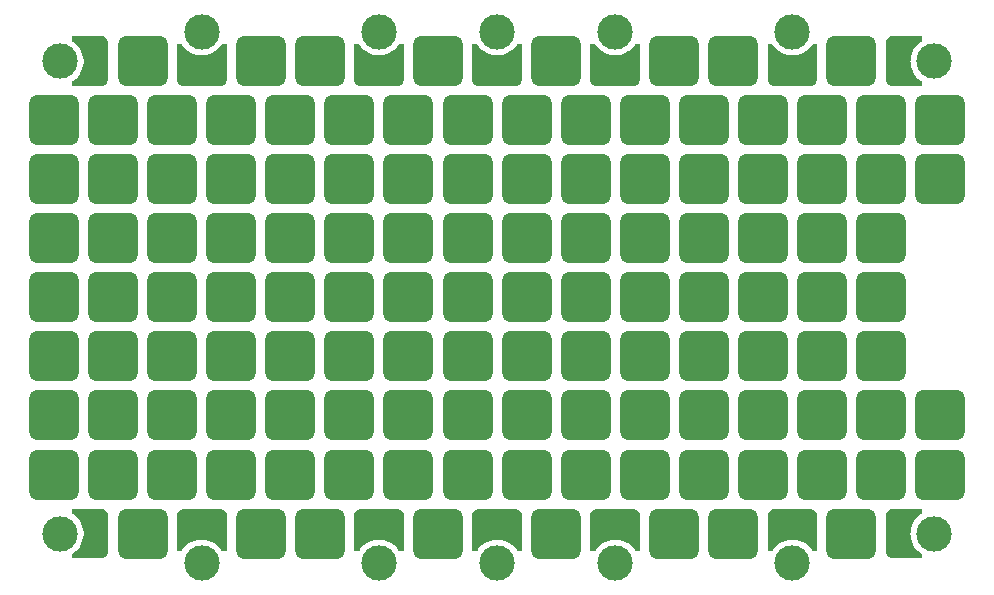
<source format=gbs>
G04*
G04 #@! TF.GenerationSoftware,Altium Limited,Altium Designer,24.6.1 (21)*
G04*
G04 Layer_Color=16711935*
%FSLAX44Y44*%
%MOMM*%
G71*
G04*
G04 #@! TF.SameCoordinates,D3BBE74D-FBB0-432F-9B48-3D12EA20F86B*
G04*
G04*
G04 #@! TF.FilePolarity,Negative*
G04*
G01*
G75*
%ADD14C,3.0000*%
G04:AMPARAMS|DCode=15|XSize=4.2mm|YSize=4.2mm|CornerRadius=0.6mm|HoleSize=0mm|Usage=FLASHONLY|Rotation=180.000|XOffset=0mm|YOffset=0mm|HoleType=Round|Shape=RoundedRectangle|*
%AMROUNDEDRECTD15*
21,1,4.2000,3.0000,0,0,180.0*
21,1,3.0000,4.2000,0,0,180.0*
1,1,1.2000,-1.5000,1.5000*
1,1,1.2000,1.5000,1.5000*
1,1,1.2000,1.5000,-1.5000*
1,1,1.2000,-1.5000,-1.5000*
%
%ADD15ROUNDEDRECTD15*%
G36*
X759750Y-32826D02*
X758664Y-33523D01*
X756637Y-35120D01*
X754833Y-36964D01*
X753281Y-39025D01*
X752007Y-41268D01*
X751032Y-43657D01*
X750374Y-46151D01*
X750042Y-48710D01*
X750000Y-50000D01*
X750042Y-51290D01*
X750374Y-53849D01*
X751032Y-56343D01*
X752007Y-58732D01*
X753281Y-60975D01*
X754833Y-63036D01*
X756637Y-64880D01*
X758664Y-66477D01*
X759750Y-67174D01*
X759750Y-67174D01*
Y-71000D01*
X735000D01*
X733807Y-71000D01*
X731601Y-70087D01*
X729913Y-68399D01*
X729000Y-66193D01*
X729000Y-65000D01*
Y-50000D01*
X729000Y-35000D01*
X729000Y-33807D01*
X729913Y-31601D01*
X731601Y-29913D01*
X733807Y-29000D01*
X735000Y-29000D01*
X735000Y-29000D01*
X759750D01*
Y-32826D01*
D02*
G37*
G36*
X421000Y-65000D02*
Y-66193D01*
X420087Y-68399D01*
X418399Y-70086D01*
X416194Y-71000D01*
X383806D01*
X381601Y-70086D01*
X379913Y-68399D01*
X379000Y-66193D01*
Y-65000D01*
Y-35250D01*
X382826D01*
X383523Y-36336D01*
X385120Y-38363D01*
X386964Y-40167D01*
X389025Y-41719D01*
X391268Y-42993D01*
X393657Y-43967D01*
X396152Y-44626D01*
X398710Y-44958D01*
X400000Y-45000D01*
X401290Y-44958D01*
X403848Y-44626D01*
X406343Y-43967D01*
X408732Y-42993D01*
X410975Y-41719D01*
X413036Y-40167D01*
X414880Y-38363D01*
X416477Y-36336D01*
X417174Y-35250D01*
X421000Y-35250D01*
Y-65000D01*
D02*
G37*
G36*
X671000D02*
Y-66193D01*
X670087Y-68399D01*
X668399Y-70086D01*
X666193Y-71000D01*
X633806D01*
X631601Y-70086D01*
X629913Y-68399D01*
X629000Y-66193D01*
Y-65000D01*
Y-35250D01*
X632826D01*
X633523Y-36336D01*
X635120Y-38363D01*
X636964Y-40167D01*
X639025Y-41719D01*
X641268Y-42993D01*
X643657Y-43967D01*
X646152Y-44626D01*
X648710Y-44958D01*
X650000Y-45000D01*
Y-45000D01*
X650000D01*
X650000D01*
D01*
X651290Y-44958D01*
X653848Y-44626D01*
X656343Y-43968D01*
X658732Y-42993D01*
X660975Y-41719D01*
X663036Y-40167D01*
X664880Y-38363D01*
X666477Y-36336D01*
X667174Y-35250D01*
X671000Y-35250D01*
Y-65000D01*
D02*
G37*
G36*
X521000D02*
Y-66193D01*
X520087Y-68399D01*
X518399Y-70086D01*
X516194Y-71000D01*
X483806D01*
X481601Y-70086D01*
X479913Y-68399D01*
X479000Y-66193D01*
Y-65000D01*
Y-35250D01*
X482826D01*
X483523Y-36336D01*
X485120Y-38363D01*
X486964Y-40167D01*
X489025Y-41719D01*
X491268Y-42993D01*
X493657Y-43967D01*
X496152Y-44626D01*
X498710Y-44958D01*
X500000Y-45000D01*
Y-45000D01*
X500000D01*
X500000D01*
D01*
X501290Y-44958D01*
X503848Y-44626D01*
X506343Y-43968D01*
X508732Y-42993D01*
X510975Y-41719D01*
X513036Y-40167D01*
X514880Y-38363D01*
X516477Y-36336D01*
X517174Y-35250D01*
X521000Y-35250D01*
Y-65000D01*
D02*
G37*
G36*
X321000D02*
Y-66193D01*
X320087Y-68399D01*
X318399Y-70086D01*
X316194Y-71000D01*
X283806D01*
X281601Y-70086D01*
X279913Y-68399D01*
X279000Y-66193D01*
Y-65000D01*
Y-35250D01*
X282826D01*
X283523Y-36336D01*
X285120Y-38363D01*
X286964Y-40167D01*
X289025Y-41719D01*
X291268Y-42993D01*
X293657Y-43967D01*
X296152Y-44626D01*
X298710Y-44958D01*
X300000Y-45000D01*
Y-45000D01*
X300000D01*
X300000D01*
D01*
X301290Y-44958D01*
X303848Y-44626D01*
X306343Y-43968D01*
X308732Y-42993D01*
X310975Y-41719D01*
X313036Y-40167D01*
X314880Y-38363D01*
X316477Y-36336D01*
X317174Y-35250D01*
X321000Y-35250D01*
Y-65000D01*
D02*
G37*
G36*
X171000D02*
Y-66193D01*
X170087Y-68399D01*
X168399Y-70086D01*
X166194Y-71000D01*
X133806D01*
X131601Y-70086D01*
X129913Y-68399D01*
X129000Y-66193D01*
Y-65000D01*
Y-35250D01*
X132826D01*
X133523Y-36336D01*
X135120Y-38363D01*
X136964Y-40167D01*
X139025Y-41719D01*
X141268Y-42993D01*
X143657Y-43967D01*
X146152Y-44626D01*
X148710Y-44958D01*
X150000Y-45000D01*
Y-45000D01*
X150000D01*
X150000D01*
D01*
X151290Y-44958D01*
X153848Y-44626D01*
X156343Y-43968D01*
X158732Y-42993D01*
X160975Y-41719D01*
X163036Y-40167D01*
X164880Y-38363D01*
X166477Y-36336D01*
X167174Y-35250D01*
X171000Y-35250D01*
Y-65000D01*
D02*
G37*
G36*
X65000Y-29000D02*
X66193Y-29000D01*
X68399Y-29913D01*
X70087Y-31601D01*
X71000Y-33807D01*
X71000Y-35000D01*
X71000Y-50000D01*
Y-65000D01*
X71000D01*
X71000Y-66193D01*
X70087Y-68399D01*
X68399Y-70087D01*
X66193Y-71000D01*
X65000Y-71000D01*
X40250D01*
Y-67174D01*
X41336Y-66477D01*
X43363Y-64880D01*
X45167Y-63036D01*
X46719Y-60975D01*
X47993Y-58732D01*
X48967Y-56343D01*
X49626Y-53849D01*
X49958Y-51290D01*
X50000Y-50000D01*
X50000D01*
X49958Y-48710D01*
X49626Y-46151D01*
X48967Y-43657D01*
X47993Y-41268D01*
X46719Y-39025D01*
X45167Y-36964D01*
X43363Y-35120D01*
X41336Y-33523D01*
X40250Y-32826D01*
X40250Y-29000D01*
X65000D01*
Y-29000D01*
D02*
G37*
G36*
X759750Y-432826D02*
X759750D01*
X758664Y-433523D01*
X756637Y-435120D01*
X754833Y-436964D01*
X753280Y-439025D01*
X752007Y-441268D01*
X751032Y-443657D01*
X750374Y-446152D01*
X750042Y-448710D01*
X750000Y-450000D01*
X750042Y-451290D01*
X750374Y-453848D01*
X751032Y-456343D01*
X752007Y-458732D01*
X753281Y-460975D01*
X754833Y-463036D01*
X756637Y-464880D01*
X758664Y-466477D01*
X759750Y-467174D01*
Y-471000D01*
X735000D01*
X735000Y-471000D01*
X733807Y-471000D01*
X731601Y-470087D01*
X729913Y-468399D01*
X729000Y-466194D01*
X729000Y-465000D01*
X729000Y-450000D01*
Y-435000D01*
X729000Y-433806D01*
X729913Y-431601D01*
X731601Y-429913D01*
X733807Y-429000D01*
X735000Y-429000D01*
X759750Y-429000D01*
Y-432826D01*
D02*
G37*
G36*
X68399Y-429913D02*
X70086Y-431601D01*
X71000Y-433806D01*
X71000Y-435000D01*
X71000D01*
Y-450000D01*
X71000Y-465000D01*
X71000Y-466194D01*
X70086Y-468399D01*
X68399Y-470087D01*
X66193Y-471000D01*
X65000Y-471000D01*
Y-471000D01*
X40250D01*
X40250Y-467174D01*
X41336Y-466477D01*
X43363Y-464880D01*
X45167Y-463036D01*
X46719Y-460975D01*
X47993Y-458732D01*
X48967Y-456343D01*
X49626Y-453848D01*
X49958Y-451290D01*
X50000Y-450000D01*
X50000Y-450000D01*
X49958Y-448710D01*
X49626Y-446152D01*
X48967Y-443657D01*
X47993Y-441268D01*
X46719Y-439025D01*
X45167Y-436964D01*
X43363Y-435120D01*
X41336Y-433523D01*
X40250Y-432826D01*
Y-429000D01*
X65000Y-429000D01*
X66193Y-429000D01*
X68399Y-429913D01*
D02*
G37*
G36*
X668399Y-429913D02*
X670087Y-431601D01*
X671000Y-433807D01*
Y-435000D01*
Y-464750D01*
X667174D01*
X667174Y-464750D01*
X666477Y-463664D01*
X664880Y-461637D01*
X663036Y-459833D01*
X660975Y-458281D01*
X658732Y-457007D01*
X656343Y-456032D01*
X653848Y-455374D01*
X651290Y-455042D01*
X650000Y-455000D01*
Y-455000D01*
X648710Y-455042D01*
X646152Y-455374D01*
X643657Y-456032D01*
X641268Y-457007D01*
X639025Y-458281D01*
X636964Y-459833D01*
X635120Y-461637D01*
X633523Y-463664D01*
X632826Y-464750D01*
X629000Y-464750D01*
Y-435000D01*
Y-433807D01*
X629913Y-431601D01*
X631601Y-429913D01*
X633806Y-429000D01*
X666193D01*
X668399Y-429913D01*
D02*
G37*
G36*
X518399D02*
X520087Y-431601D01*
X521000Y-433807D01*
Y-435000D01*
Y-464750D01*
X517174D01*
X517174Y-464750D01*
X516477Y-463664D01*
X514880Y-461637D01*
X513036Y-459833D01*
X510975Y-458281D01*
X508732Y-457007D01*
X506343Y-456032D01*
X503848Y-455374D01*
X501290Y-455042D01*
X500000Y-455000D01*
Y-455000D01*
X498710Y-455042D01*
X496152Y-455374D01*
X493657Y-456032D01*
X491268Y-457007D01*
X489025Y-458281D01*
X486964Y-459832D01*
X485120Y-461637D01*
X483523Y-463664D01*
X482826Y-464750D01*
X479000Y-464750D01*
Y-435000D01*
Y-433807D01*
X479913Y-431601D01*
X481601Y-429913D01*
X483806Y-429000D01*
X516194D01*
X518399Y-429913D01*
D02*
G37*
G36*
X418399D02*
X420087Y-431601D01*
X421000Y-433807D01*
Y-435000D01*
Y-464750D01*
X417174D01*
X417174Y-464750D01*
X416477Y-463664D01*
X414880Y-461637D01*
X413036Y-459833D01*
X410975Y-458281D01*
X408732Y-457007D01*
X406343Y-456032D01*
X403848Y-455374D01*
X401290Y-455042D01*
X400000Y-455000D01*
X398710Y-455042D01*
X396152Y-455374D01*
X393657Y-456032D01*
X391268Y-457007D01*
X389025Y-458281D01*
X386964Y-459833D01*
X385120Y-461637D01*
X383523Y-463664D01*
X382826Y-464750D01*
X379000Y-464750D01*
Y-435000D01*
Y-433807D01*
X379913Y-431601D01*
X381601Y-429913D01*
X383806Y-429000D01*
X416194D01*
X418399Y-429913D01*
D02*
G37*
G36*
X318399D02*
X320087Y-431601D01*
X321000Y-433807D01*
Y-435000D01*
Y-464750D01*
X317174D01*
X317174Y-464750D01*
X316477Y-463664D01*
X314880Y-461637D01*
X313036Y-459833D01*
X310975Y-458281D01*
X308732Y-457007D01*
X306343Y-456032D01*
X303848Y-455374D01*
X301290Y-455042D01*
X300000Y-455000D01*
Y-455000D01*
X298710Y-455042D01*
X296152Y-455374D01*
X293657Y-456032D01*
X291268Y-457007D01*
X289025Y-458281D01*
X286964Y-459833D01*
X285120Y-461637D01*
X283523Y-463664D01*
X282826Y-464750D01*
X279000Y-464750D01*
Y-435000D01*
Y-433807D01*
X279913Y-431601D01*
X281601Y-429913D01*
X283806Y-429000D01*
X316193D01*
X318399Y-429913D01*
D02*
G37*
G36*
X168399D02*
X170086Y-431601D01*
X171000Y-433807D01*
Y-435000D01*
Y-464750D01*
X167174D01*
X167174Y-464750D01*
X166477Y-463664D01*
X164880Y-461637D01*
X163036Y-459833D01*
X160975Y-458281D01*
X158732Y-457007D01*
X156343Y-456032D01*
X153848Y-455374D01*
X151290Y-455042D01*
X150000Y-455000D01*
Y-455000D01*
X148710Y-455042D01*
X146152Y-455374D01*
X143657Y-456032D01*
X141268Y-457007D01*
X139025Y-458281D01*
X136964Y-459833D01*
X135120Y-461637D01*
X133523Y-463664D01*
X132826Y-464750D01*
X129000Y-464750D01*
Y-435000D01*
Y-433807D01*
X129913Y-431601D01*
X131601Y-429913D01*
X133806Y-429000D01*
X166194D01*
X168399Y-429913D01*
D02*
G37*
D14*
X30000Y-450000D02*
D03*
X650000Y-475000D02*
D03*
X150000D02*
D03*
X300000D02*
D03*
X500000D02*
D03*
X400000D02*
D03*
X770000Y-450000D02*
D03*
X30000Y-50000D02*
D03*
X400000Y-25000D02*
D03*
X300000D02*
D03*
X500000D02*
D03*
X650000D02*
D03*
X150000D02*
D03*
X770000Y-50000D02*
D03*
D15*
X100000Y-450000D02*
D03*
X200000D02*
D03*
X250000D02*
D03*
X550000D02*
D03*
X600000D02*
D03*
X700000D02*
D03*
X450000D02*
D03*
X350000D02*
D03*
X450000Y-50000D02*
D03*
X350000D02*
D03*
X775000Y-400000D02*
D03*
X725000D02*
D03*
X525000D02*
D03*
X675000D02*
D03*
X475000D02*
D03*
X425000D02*
D03*
X375000D02*
D03*
X325000D02*
D03*
X275000D02*
D03*
X225000D02*
D03*
X175000D02*
D03*
X125000D02*
D03*
X75000D02*
D03*
X25000D02*
D03*
X625000D02*
D03*
X575000D02*
D03*
X775000Y-350000D02*
D03*
X725000D02*
D03*
X525000D02*
D03*
X675000D02*
D03*
X475000D02*
D03*
X425000D02*
D03*
X375000D02*
D03*
X325000D02*
D03*
X275000D02*
D03*
X225000D02*
D03*
X175000D02*
D03*
X125000D02*
D03*
X75000D02*
D03*
X25000D02*
D03*
X625000D02*
D03*
X575000D02*
D03*
X625000Y-150000D02*
D03*
X575000D02*
D03*
X625000Y-200000D02*
D03*
X575000D02*
D03*
X625000Y-250000D02*
D03*
X575000D02*
D03*
X225000Y-150000D02*
D03*
X175000D02*
D03*
X225000Y-200000D02*
D03*
X175000D02*
D03*
X225000Y-250000D02*
D03*
X175000D02*
D03*
X575000Y-300000D02*
D03*
X625000D02*
D03*
X25000D02*
D03*
X75000D02*
D03*
X125000D02*
D03*
X25000Y-250000D02*
D03*
X75000D02*
D03*
X125000D02*
D03*
X25000Y-200000D02*
D03*
X75000D02*
D03*
X125000D02*
D03*
X25000Y-150000D02*
D03*
X75000D02*
D03*
X125000D02*
D03*
X100000Y-50000D02*
D03*
X200000D02*
D03*
X250000D02*
D03*
X550000D02*
D03*
X600000D02*
D03*
X700000D02*
D03*
X475000Y-100000D02*
D03*
X425000D02*
D03*
X375000D02*
D03*
X325000D02*
D03*
X275000D02*
D03*
X225000D02*
D03*
X175000D02*
D03*
X125000D02*
D03*
X75000D02*
D03*
X25000D02*
D03*
X275000Y-250000D02*
D03*
X325000D02*
D03*
X375000D02*
D03*
X425000D02*
D03*
X475000D02*
D03*
X275000Y-200000D02*
D03*
X325000D02*
D03*
X375000D02*
D03*
X425000D02*
D03*
X475000D02*
D03*
X275000Y-150000D02*
D03*
X325000D02*
D03*
X375000D02*
D03*
X425000D02*
D03*
X475000D02*
D03*
X175000Y-300000D02*
D03*
X225000D02*
D03*
X275000D02*
D03*
X325000D02*
D03*
X375000D02*
D03*
X425000D02*
D03*
X475000D02*
D03*
X675000D02*
D03*
X525000D02*
D03*
Y-250000D02*
D03*
Y-200000D02*
D03*
Y-150000D02*
D03*
X675000Y-100000D02*
D03*
X625000D02*
D03*
X575000D02*
D03*
X525000D02*
D03*
X675000Y-150000D02*
D03*
Y-200000D02*
D03*
Y-250000D02*
D03*
X725000Y-200000D02*
D03*
Y-150000D02*
D03*
X775000D02*
D03*
X725000Y-100000D02*
D03*
X775000D02*
D03*
X725000Y-250000D02*
D03*
Y-300000D02*
D03*
M02*

</source>
